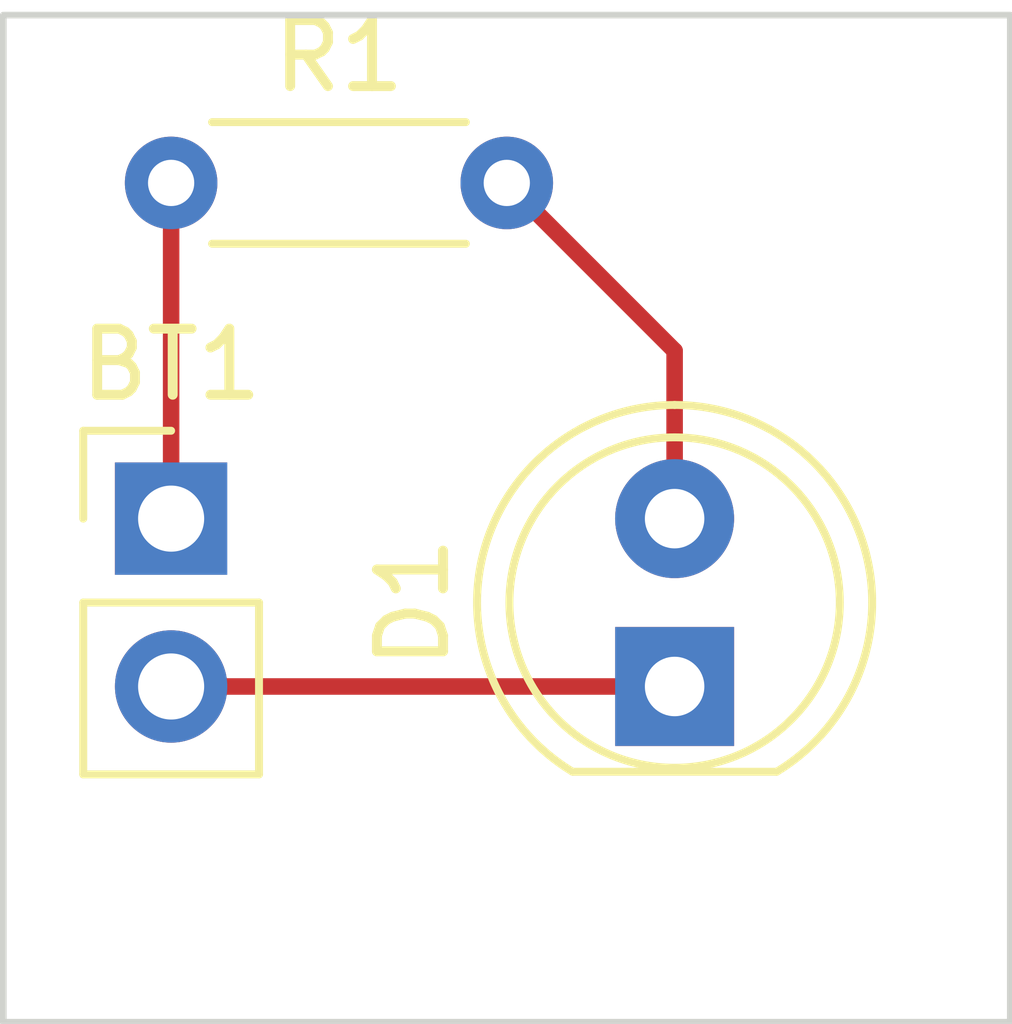
<source format=kicad_pcb>
(kicad_pcb (version 20221018) (generator pcbnew)
  (layers (0 "F.Cu" signal) (31 "B.Cu" signal) (34 "B.Paste" user) (35 "F.Paste" user) (36 "B.SilkS" user "B.Silkscreen") (37 "F.SilkS" user "F.Silkscreen") (38 "B.Mask" user) (39 "F.Mask" user) (44 "Edge.Cuts" user))
  (net 0 "")
  (net 1 "Net-(BT1-+)")
  (net 2 "Net-(BT1--)")
  (net 3 "Net-(D1-A)")
  (footprint "LED_THT:LED_D5.0mm" (layer "F.Cu") (at 139.7 99.06 90)
    (fp_text reference "D1" (at 1.27 -3.96 90) (layer "F.SilkS"))
    (fp_text value "2V RED")
    (fp_line (start -1.29 -1.545) (end -1.29 1.545) (stroke (width 0.12)) (layer "F.SilkS"))
    (fp_arc (start -1.29 -1.54483) (mid 2.072002 -2.880433) (end 4.26 0.000462) (stroke (width 0.12)) (layer "F.SilkS"))
    (fp_arc (start 4.26 -0.000462) (mid 2.072002 2.880433) (end -1.29 1.54483) (stroke (width 0.12)) (layer "F.SilkS"))
    (fp_circle (center 1.27 0) (end 3.77 0) (stroke (width 0.12)) (fill none) (layer "F.SilkS"))
    (pad "1" thru_hole rect (at 0 0 90) (size 1.8 1.8) (drill 0.9) (layers "*.Cu" "*.Mask") (net 2 "Net-(BT1--)"))
    (pad "2" thru_hole circle (at 2.54 0 90) (size 1.8 1.8) (drill 0.9) (layers "*.Cu" "*.Mask") (net 3 "Net-(D1-A)"))
  )
  (footprint "Connector_PinHeader_2.54mm:PinHeader_1x02_P2.54mm_Vertical" (layer "F.Cu") (at 132.08 96.52)
    (fp_text reference "BT1" (at 0 -2.33) (layer "F.SilkS"))
    (fp_text value "9V")
    (fp_line (start -1.33 -1.33) (end 0 -1.33) (stroke (width 0.12)) (layer "F.SilkS"))
    (fp_line (start -1.33 0) (end -1.33 -1.33) (stroke (width 0.12)) (layer "F.SilkS"))
    (fp_line (start -1.33 1.27) (end -1.33 3.87) (stroke (width 0.12)) (layer "F.SilkS"))
    (fp_line (start -1.33 1.27) (end 1.33 1.27) (stroke (width 0.12)) (layer "F.SilkS"))
    (fp_line (start -1.33 3.87) (end 1.33 3.87) (stroke (width 0.12)) (layer "F.SilkS"))
    (fp_line (start 1.33 1.27) (end 1.33 3.87) (stroke (width 0.12)) (layer "F.SilkS"))
    (pad "1" thru_hole rect (at 0 0) (size 1.7 1.7) (drill 1) (layers "*.Cu" "*.Mask") (net 1 "Net-(BT1-+)"))
    (pad "2" thru_hole oval (at 0 2.54) (size 1.7 1.7) (drill 1) (layers "*.Cu" "*.Mask") (net 2 "Net-(BT1--)"))
  )
  (footprint "Resistor_THT:R_Axial_DIN0204_L3.6mm_D1.6mm_P5.08mm_Horizontal" (layer "F.Cu") (at 132.08 91.44)
    (fp_text reference "R1" (at 2.54 -1.92) (layer "F.SilkS"))
    (fp_text value "470")
    (fp_line (start 0.62 -0.92) (end 4.46 -0.92) (stroke (width 0.12)) (layer "F.SilkS"))
    (fp_line (start 0.62 0.92) (end 4.46 0.92) (stroke (width 0.12)) (layer "F.SilkS"))
    (pad "1" thru_hole circle (at 0 0) (size 1.4 1.4) (drill 0.7) (layers "*.Cu" "*.Mask") (net 1 "Net-(BT1-+)"))
    (pad "2" thru_hole oval (at 5.08 0) (size 1.4 1.4) (drill 0.7) (layers "*.Cu" "*.Mask") (net 3 "Net-(D1-A)"))
  )
  (gr_poly (pts (xy 129.54 88.9) (xy 144.78 88.9) (xy 144.78 104.14) (xy 129.54 104.14)) (stroke (width 0.1)) (fill none) (layer "Edge.Cuts"))
  (segment (start 132.08 91.44) (end 132.08 96.52) (width 0.25) (layer "F.Cu") (net 1))
  (segment (start 139.7 99.06) (end 132.08 99.06) (width 0.25) (layer "F.Cu") (net 2))
  (segment (start 139.7 93.98) (end 139.7 96.52) (width 0.25) (layer "F.Cu") (net 3))
  (segment (start 137.16 91.44) (end 139.7 93.98) (width 0.25) (layer "F.Cu") (net 3))
)
</source>
